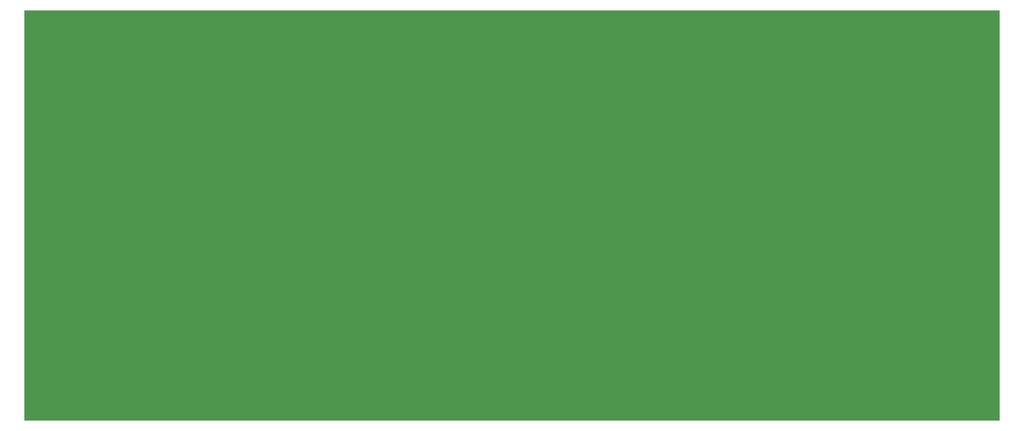
<source format=gbo>
G04 Layer_Color=32896*
%FSLAX42Y42*%
%MOMM*%
G71*
G01*
G75*
%ADD26C,0.20*%
%ADD27C,0.86*%
%ADD28C,1.00*%
%ADD29C,0.76*%
%ADD30R,0.51X0.51*%
%ADD31R,0.33X80.00*%
%ADD32R,190.00X80.00*%
%ADD63C,0.20*%
%ADD65C,0.25*%
D26*
X7621Y7327D02*
Y7532D01*
X8122Y7327D02*
Y7532D01*
X7623Y7325D02*
X7811D01*
X7933D02*
X8119D01*
X7621Y7534D02*
X7811D01*
X7933D02*
X8119D01*
X13411Y5923D02*
X13616D01*
X13411Y6423D02*
X13616D01*
X13618Y5924D02*
Y6112D01*
Y6234D02*
Y6420D01*
X13409Y5923D02*
Y6112D01*
Y6234D02*
Y6420D01*
X16052Y5199D02*
X16258D01*
X16052Y5699D02*
X16258D01*
X16259Y5200D02*
Y5388D01*
Y5510D02*
Y5696D01*
X16051Y5199D02*
Y5388D01*
Y5510D02*
Y5696D01*
X7581Y342D02*
Y547D01*
X7080Y342D02*
Y547D01*
X7391Y549D02*
X7579D01*
X7083D02*
X7269D01*
X7391Y340D02*
X7581D01*
X7083D02*
X7269D01*
X15162Y6821D02*
X15368D01*
X15162Y6320D02*
X15368D01*
X15161Y6631D02*
Y6819D01*
Y6323D02*
Y6509D01*
X15369Y6631D02*
Y6821D01*
Y6323D02*
Y6509D01*
X8891Y2323D02*
Y2529D01*
X9392Y2323D02*
Y2529D01*
X8893Y2322D02*
X9081D01*
X9203D02*
X9389D01*
X8891Y2530D02*
X9081D01*
X9203D02*
X9389D01*
X16834Y6613D02*
X17040D01*
X16834Y7114D02*
X17040D01*
X17041Y6615D02*
Y6803D01*
Y6925D02*
Y7111D01*
X16833Y6613D02*
Y6803D01*
Y6925D02*
Y7111D01*
X9399Y7340D02*
Y7545D01*
X9900Y7340D02*
Y7545D01*
X9401Y7338D02*
X9589D01*
X9711D02*
X9897D01*
X9399Y7546D02*
X9589D01*
X9711D02*
X9897D01*
X7937Y2323D02*
Y2528D01*
X7436Y2323D02*
Y2528D01*
X7747Y2530D02*
X7935D01*
X7439D02*
X7625D01*
X7747Y2322D02*
X7937D01*
X7439D02*
X7625D01*
X3650Y7408D02*
Y7613D01*
X4150Y7408D02*
Y7613D01*
X3651Y7406D02*
X3839D01*
X3961D02*
X4147D01*
X3650Y7615D02*
X3839D01*
X3961D02*
X4147D01*
X9208Y342D02*
Y547D01*
X9709Y342D02*
Y547D01*
X9210Y340D02*
X9398D01*
X9520D02*
X9706D01*
X9208Y549D02*
X9398D01*
X9520D02*
X9706D01*
X17575Y6257D02*
X17781D01*
X17575Y5756D02*
X17781D01*
X17574Y6067D02*
Y6255D01*
Y5759D02*
Y5945D01*
X17782Y6067D02*
Y6257D01*
Y5759D02*
Y5945D01*
X16052Y6151D02*
X16258D01*
X16052Y6652D02*
X16258D01*
X16259Y6153D02*
Y6341D01*
Y6463D02*
Y6649D01*
X16051Y6151D02*
Y6341D01*
Y6463D02*
Y6649D01*
X17075Y6613D02*
X17281D01*
X17075Y7114D02*
X17281D01*
X17283Y6614D02*
Y6802D01*
Y6925D02*
Y7110D01*
X17074Y6613D02*
Y6802D01*
Y6925D02*
Y7110D01*
X12811Y5525D02*
Y5711D01*
Y5833D02*
Y6023D01*
X12602Y5525D02*
Y5711D01*
Y5833D02*
Y6021D01*
X12604Y5522D02*
X12809D01*
X12604Y6023D02*
X12809D01*
X15892Y6328D02*
Y6534D01*
X15391Y6328D02*
Y6534D01*
X15702Y6535D02*
X15890D01*
X15394D02*
X15580D01*
X15702Y6327D02*
X15892D01*
X15394D02*
X15580D01*
X7937Y2069D02*
Y2274D01*
X7436Y2069D02*
Y2274D01*
X7747Y2276D02*
X7935D01*
X7439D02*
X7625D01*
X7747Y2068D02*
X7937D01*
X7439D02*
X7625D01*
X7044Y7534D02*
X7230D01*
X6732D02*
X6921D01*
X7044Y7325D02*
X7230D01*
X6734D02*
X6921D01*
X7233Y7327D02*
Y7532D01*
X6732Y7327D02*
Y7532D01*
X4142Y1944D02*
Y2150D01*
X3641Y1944D02*
Y2150D01*
X3952Y2151D02*
X4140D01*
X3644D02*
X3830D01*
X3952Y1943D02*
X4142D01*
X3644D02*
X3830D01*
X9208Y558D02*
Y763D01*
X9709Y558D02*
Y763D01*
X9210Y556D02*
X9398D01*
X9520D02*
X9706D01*
X9208Y765D02*
X9398D01*
X9520D02*
X9706D01*
X8891Y2069D02*
Y2275D01*
X9392Y2069D02*
Y2275D01*
X8893Y2068D02*
X9081D01*
X9203D02*
X9389D01*
X8891Y2276D02*
X9081D01*
X9203D02*
X9389D01*
X8891Y2577D02*
Y2783D01*
X9392Y2577D02*
Y2783D01*
X8893Y2576D02*
X9081D01*
X9203D02*
X9389D01*
X8891Y2784D02*
X9081D01*
X9203D02*
X9389D01*
X8510Y7340D02*
Y7545D01*
X9011Y7340D02*
Y7545D01*
X8512Y7338D02*
X8700D01*
X8822D02*
X9008D01*
X8510Y7546D02*
X8700D01*
X8822D02*
X9008D01*
X13944Y5341D02*
X14149D01*
X13944Y5841D02*
X14149D01*
X14151Y5342D02*
Y5530D01*
Y5652D02*
Y5838D01*
X13943Y5341D02*
Y5530D01*
Y5652D02*
Y5838D01*
X7937Y2577D02*
Y2782D01*
X7436Y2577D02*
Y2782D01*
X7747Y2784D02*
X7935D01*
X7439D02*
X7625D01*
X7747Y2576D02*
X7937D01*
X7439D02*
X7625D01*
X16052Y3966D02*
X16258D01*
X16052Y4467D02*
X16258D01*
X16259Y3968D02*
Y4156D01*
Y4278D02*
Y4464D01*
X16051Y3966D02*
Y4156D01*
Y4278D02*
Y4464D01*
X15570Y3954D02*
X15775D01*
X15570Y4454D02*
X15775D01*
X15777Y3955D02*
Y4143D01*
Y4265D02*
Y4451D01*
X15568Y3954D02*
Y4143D01*
Y4265D02*
Y4451D01*
X8891Y2831D02*
Y3037D01*
X9392Y2831D02*
Y3037D01*
X8893Y2830D02*
X9081D01*
X9203D02*
X9389D01*
X8891Y3038D02*
X9081D01*
X9203D02*
X9389D01*
X1175Y2968D02*
Y3174D01*
X675Y2968D02*
Y3174D01*
X986Y3175D02*
X1174D01*
X678D02*
X864D01*
X986Y2967D02*
X1175D01*
X678D02*
X864D01*
X7581Y557D02*
Y763D01*
X7080Y557D02*
Y763D01*
X7391Y765D02*
X7579D01*
X7083D02*
X7269D01*
X7391Y556D02*
X7581D01*
X7083D02*
X7269D01*
X7937Y1815D02*
Y2020D01*
X7436Y1815D02*
Y2020D01*
X7747Y2022D02*
X7935D01*
X7439D02*
X7625D01*
X7747Y1814D02*
X7937D01*
X7439D02*
X7625D01*
X16227Y2398D02*
X16413D01*
X16535D02*
X16725D01*
X16227Y2606D02*
X16413D01*
X16535D02*
X16723D01*
X16224Y2399D02*
Y2604D01*
X16725Y2399D02*
Y2604D01*
X3494Y3562D02*
Y3748D01*
Y3870D02*
Y4060D01*
X3285Y3562D02*
Y3748D01*
Y3870D02*
Y4058D01*
X3287Y3559D02*
X3492D01*
X3287Y4060D02*
X3492D01*
X14785Y489D02*
Y675D01*
Y797D02*
Y986D01*
X14576Y489D02*
Y675D01*
Y797D02*
Y985D01*
X14578Y486D02*
X14783D01*
X14578Y986D02*
X14783D01*
X16227Y2614D02*
X16413D01*
X16535D02*
X16725D01*
X16227Y2822D02*
X16413D01*
X16535D02*
X16723D01*
X16224Y2615D02*
Y2820D01*
X16725Y2615D02*
Y2820D01*
X14580Y5843D02*
Y6049D01*
X15081Y5843D02*
Y6049D01*
X14582Y5842D02*
X14770D01*
X14892D02*
X15078D01*
X14580Y6050D02*
X14770D01*
X14892D02*
X15078D01*
X16231Y3211D02*
X16417D01*
X16539D02*
X16728D01*
X16231Y3419D02*
X16417D01*
X16539D02*
X16727D01*
X16228Y3212D02*
Y3418D01*
X16728Y3212D02*
Y3418D01*
X16231Y2995D02*
X16417D01*
X16539D02*
X16728D01*
X16231Y3204D02*
X16417D01*
X16539D02*
X16727D01*
X16228Y2997D02*
Y3202D01*
X16728Y2997D02*
Y3202D01*
X2652Y5180D02*
Y5366D01*
Y4868D02*
Y5058D01*
X2861Y5180D02*
Y5366D01*
Y4870D02*
Y5058D01*
X2654Y5369D02*
X2859D01*
X2654Y4868D02*
X2859D01*
X14740Y3063D02*
X14926D01*
X14428D02*
X14618D01*
X14740Y2855D02*
X14926D01*
X14430D02*
X14618D01*
X14929Y2857D02*
Y3062D01*
X14428Y2857D02*
Y3062D01*
X14740Y3279D02*
X14926D01*
X14428D02*
X14618D01*
X14740Y3071D02*
X14926D01*
X14430D02*
X14618D01*
X14929Y3072D02*
Y3278D01*
X14428Y3072D02*
Y3278D01*
X4283Y5972D02*
Y6158D01*
Y6280D02*
Y6470D01*
X4075Y5972D02*
Y6158D01*
Y6280D02*
Y6468D01*
X4077Y5969D02*
X4282D01*
X4077Y6470D02*
X4282D01*
X3596Y5810D02*
Y5996D01*
Y6118D02*
Y6308D01*
X3388Y5810D02*
Y5996D01*
Y6118D02*
Y6306D01*
X3389Y5807D02*
X3595D01*
X3389Y6308D02*
X3595D01*
X2094Y5180D02*
Y5366D01*
Y4868D02*
Y5058D01*
X2302Y5180D02*
Y5366D01*
Y4870D02*
Y5058D01*
X2095Y5369D02*
X2300D01*
X2095Y4868D02*
X2300D01*
X2360Y5180D02*
Y5366D01*
Y4868D02*
Y5058D01*
X2569Y5180D02*
Y5366D01*
Y4870D02*
Y5058D01*
X2362Y5369D02*
X2567D01*
X2362Y4868D02*
X2567D01*
X14703Y2068D02*
X14889D01*
X15011D02*
X15201D01*
X14703Y2276D02*
X14889D01*
X15011D02*
X15199D01*
X14700Y2069D02*
Y2274D01*
X15201Y2069D02*
Y2274D01*
X1793Y2462D02*
Y2648D01*
Y2770D02*
Y2960D01*
X1585Y2462D02*
Y2648D01*
Y2770D02*
Y2958D01*
X1587Y2459D02*
X1792D01*
X1587Y2960D02*
X1792D01*
X1843Y5594D02*
Y5780D01*
Y5902D02*
Y6092D01*
X1635Y5594D02*
Y5780D01*
Y5902D02*
Y6090D01*
X1637Y5591D02*
X1842D01*
X1637Y6092D02*
X1842D01*
X15137Y799D02*
Y985D01*
Y487D02*
Y677D01*
X15345Y799D02*
Y985D01*
Y489D02*
Y677D01*
X15138Y988D02*
X15343D01*
X15138Y487D02*
X15343D01*
X3205Y4678D02*
Y4864D01*
Y4986D02*
Y5175D01*
X2996Y4678D02*
Y4864D01*
Y4986D02*
Y5174D01*
X2998Y4675D02*
X3203D01*
X2998Y5175D02*
X3203D01*
X4272Y4789D02*
Y4975D01*
Y5097D02*
Y5286D01*
X4064Y4789D02*
Y4975D01*
Y5097D02*
Y5285D01*
X4065Y4786D02*
X4271D01*
X4065Y5286D02*
X4271D01*
X3583Y4629D02*
Y4815D01*
Y4937D02*
Y5126D01*
X3375Y4629D02*
Y4815D01*
Y4937D02*
Y5125D01*
X3377Y4626D02*
X3582D01*
X3377Y5126D02*
X3582D01*
X15699Y2241D02*
Y2427D01*
Y2549D02*
Y2739D01*
X15491Y2241D02*
Y2427D01*
Y2549D02*
Y2737D01*
X15492Y2238D02*
X15698D01*
X15492Y2739D02*
X15698D01*
X2958Y3128D02*
X3158D01*
X2958Y2755D02*
X3158D01*
X2958Y2984D02*
Y3124D01*
Y2759D02*
Y2899D01*
X3158Y2984D02*
Y3124D01*
Y2759D02*
Y2899D01*
X11802Y5712D02*
X12002D01*
X11802Y6085D02*
X12002D01*
Y5716D02*
Y5856D01*
Y5941D02*
Y6081D01*
X11802Y5716D02*
Y5856D01*
Y5941D02*
Y6081D01*
X1166Y3256D02*
Y3378D01*
X1105D01*
X1085Y3358D01*
Y3317D01*
X1105Y3297D01*
X1166D01*
X1125D02*
X1085Y3256D01*
X983D02*
Y3378D01*
X1044Y3317D01*
X963D01*
X861Y3256D02*
Y3378D01*
X922Y3317D01*
X841D01*
X4133Y2233D02*
Y2355D01*
X4072D01*
X4051Y2334D01*
Y2294D01*
X4072Y2273D01*
X4133D01*
X4092D02*
X4051Y2233D01*
X3950D02*
Y2355D01*
X4011Y2294D01*
X3929D01*
X3889Y2334D02*
X3869Y2355D01*
X3828D01*
X3808Y2334D01*
Y2314D01*
X3828Y2294D01*
X3848D01*
X3828D01*
X3808Y2273D01*
Y2253D01*
X3828Y2233D01*
X3869D01*
X3889Y2253D01*
X4035Y7680D02*
Y7802D01*
X3974D01*
X3954Y7782D01*
Y7741D01*
X3974Y7721D01*
X4035D01*
X3994D02*
X3954Y7680D01*
X3852D02*
Y7802D01*
X3913Y7741D01*
X3832D01*
X3791Y7680D02*
X3751D01*
X3771D01*
Y7802D01*
X3791Y7782D01*
X9906Y2095D02*
Y2217D01*
X9845D01*
X9825Y2197D01*
Y2156D01*
X9845Y2136D01*
X9906D01*
X9865D02*
X9825Y2095D01*
X9723D02*
Y2217D01*
X9784Y2156D01*
X9703D01*
X9662Y2197D02*
X9642Y2217D01*
X9601D01*
X9581Y2197D01*
Y2116D01*
X9601Y2095D01*
X9642D01*
X9662Y2116D01*
Y2197D01*
X7379Y2350D02*
Y2471D01*
X7318D01*
X7297Y2451D01*
Y2410D01*
X7318Y2390D01*
X7379D01*
X7338D02*
X7297Y2350D01*
X7257Y2451D02*
X7237Y2471D01*
X7196D01*
X7176Y2451D01*
Y2431D01*
X7196Y2410D01*
X7216D01*
X7196D01*
X7176Y2390D01*
Y2370D01*
X7196Y2350D01*
X7237D01*
X7257Y2370D01*
X7135D02*
X7115Y2350D01*
X7074D01*
X7054Y2370D01*
Y2451D01*
X7074Y2471D01*
X7115D01*
X7135Y2451D01*
Y2431D01*
X7115Y2410D01*
X7054D01*
X7379Y2616D02*
Y2738D01*
X7318D01*
X7297Y2718D01*
Y2677D01*
X7318Y2657D01*
X7379D01*
X7338D02*
X7297Y2616D01*
X7257Y2718D02*
X7237Y2738D01*
X7196D01*
X7176Y2718D01*
Y2697D01*
X7196Y2677D01*
X7216D01*
X7196D01*
X7176Y2657D01*
Y2637D01*
X7196Y2616D01*
X7237D01*
X7257Y2637D01*
X7135Y2738D02*
X7054D01*
Y2718D01*
X7135Y2637D01*
Y2616D01*
X7379Y2095D02*
Y2217D01*
X7318D01*
X7297Y2197D01*
Y2156D01*
X7318Y2136D01*
X7379D01*
X7338D02*
X7297Y2095D01*
X7257Y2197D02*
X7237Y2217D01*
X7196D01*
X7176Y2197D01*
Y2177D01*
X7196Y2156D01*
X7216D01*
X7196D01*
X7176Y2136D01*
Y2116D01*
X7196Y2095D01*
X7237D01*
X7257Y2116D01*
X7054Y2217D02*
X7135D01*
Y2156D01*
X7094Y2177D01*
X7074D01*
X7054Y2156D01*
Y2116D01*
X7074Y2095D01*
X7115D01*
X7135Y2116D01*
X7379Y1842D02*
Y1963D01*
X7318D01*
X7297Y1943D01*
Y1902D01*
X7318Y1882D01*
X7379D01*
X7338D02*
X7297Y1842D01*
X7257Y1943D02*
X7237Y1963D01*
X7196D01*
X7176Y1943D01*
Y1923D01*
X7196Y1902D01*
X7216D01*
X7196D01*
X7176Y1882D01*
Y1862D01*
X7196Y1842D01*
X7237D01*
X7257Y1862D01*
X7135Y1943D02*
X7115Y1963D01*
X7074D01*
X7054Y1943D01*
Y1923D01*
X7074Y1902D01*
X7094D01*
X7074D01*
X7054Y1882D01*
Y1862D01*
X7074Y1842D01*
X7115D01*
X7135Y1862D01*
X9906Y2362D02*
Y2484D01*
X9845D01*
X9825Y2464D01*
Y2423D01*
X9845Y2403D01*
X9906D01*
X9865D02*
X9825Y2362D01*
X9784Y2464D02*
X9764Y2484D01*
X9723D01*
X9703Y2464D01*
Y2443D01*
X9723Y2423D01*
X9743D01*
X9723D01*
X9703Y2403D01*
Y2383D01*
X9723Y2362D01*
X9764D01*
X9784Y2383D01*
X9662Y2362D02*
X9622D01*
X9642D01*
Y2484D01*
X9662Y2464D01*
X9906Y2603D02*
Y2725D01*
X9845D01*
X9825Y2705D01*
Y2664D01*
X9845Y2644D01*
X9906D01*
X9865D02*
X9825Y2603D01*
X9784Y2705D02*
X9764Y2725D01*
X9723D01*
X9703Y2705D01*
Y2685D01*
X9723Y2664D01*
X9743D01*
X9723D01*
X9703Y2644D01*
Y2624D01*
X9723Y2603D01*
X9764D01*
X9784Y2624D01*
X9662Y2705D02*
X9642Y2725D01*
X9601D01*
X9581Y2705D01*
Y2624D01*
X9601Y2603D01*
X9642D01*
X9662Y2624D01*
Y2705D01*
X9906Y2858D02*
Y2979D01*
X9845D01*
X9825Y2959D01*
Y2918D01*
X9845Y2898D01*
X9906D01*
X9865D02*
X9825Y2858D01*
X9703D02*
X9784D01*
X9703Y2939D01*
Y2959D01*
X9723Y2979D01*
X9764D01*
X9784Y2959D01*
X9662Y2878D02*
X9642Y2858D01*
X9601D01*
X9581Y2878D01*
Y2959D01*
X9601Y2979D01*
X9642D01*
X9662Y2959D01*
Y2939D01*
X9642Y2918D01*
X9581D01*
X8113Y7615D02*
Y7737D01*
X8052D01*
X8032Y7716D01*
Y7676D01*
X8052Y7656D01*
X8113D01*
X8072D02*
X8032Y7615D01*
X7910D02*
X7991D01*
X7910Y7696D01*
Y7716D01*
X7930Y7737D01*
X7971D01*
X7991Y7716D01*
X7788Y7737D02*
X7828Y7716D01*
X7869Y7676D01*
Y7635D01*
X7849Y7615D01*
X7808D01*
X7788Y7635D01*
Y7656D01*
X7808Y7676D01*
X7869D01*
X9891Y7628D02*
Y7750D01*
X9830D01*
X9810Y7729D01*
Y7689D01*
X9830Y7668D01*
X9891D01*
X9850D02*
X9810Y7628D01*
X9688D02*
X9769D01*
X9688Y7709D01*
Y7729D01*
X9708Y7750D01*
X9749D01*
X9769Y7729D01*
X9647D02*
X9627Y7750D01*
X9586D01*
X9566Y7729D01*
Y7709D01*
X9586Y7689D01*
X9566Y7668D01*
Y7648D01*
X9586Y7628D01*
X9627D01*
X9647Y7648D01*
Y7668D01*
X9627Y7689D01*
X9647Y7709D01*
Y7729D01*
X9627Y7689D02*
X9586D01*
X9002Y7628D02*
Y7750D01*
X8941D01*
X8921Y7729D01*
Y7689D01*
X8941Y7668D01*
X9002D01*
X8961D02*
X8921Y7628D01*
X8799D02*
X8880D01*
X8799Y7709D01*
Y7729D01*
X8819Y7750D01*
X8860D01*
X8880Y7729D01*
X8758Y7750D02*
X8677D01*
Y7729D01*
X8758Y7648D01*
Y7628D01*
X11944Y5570D02*
X11964Y5591D01*
X12005D01*
X12025Y5570D01*
Y5489D01*
X12005Y5469D01*
X11964D01*
X11944Y5489D01*
X11842Y5469D02*
Y5591D01*
X11903Y5530D01*
X11822D01*
X11781Y5469D02*
X11740D01*
X11761D01*
Y5591D01*
X11781Y5570D01*
X12786Y5400D02*
X12807Y5420D01*
X12847D01*
X12868Y5400D01*
Y5319D01*
X12847Y5298D01*
X12807D01*
X12786Y5319D01*
X12685Y5298D02*
Y5420D01*
X12746Y5359D01*
X12665D01*
X12543Y5298D02*
X12624D01*
X12543Y5380D01*
Y5400D01*
X12563Y5420D01*
X12604D01*
X12624Y5400D01*
X7224Y7615D02*
Y7737D01*
X7163D01*
X7143Y7716D01*
Y7676D01*
X7163Y7656D01*
X7224D01*
X7183D02*
X7143Y7615D01*
X7021D02*
X7102D01*
X7021Y7696D01*
Y7716D01*
X7041Y7737D01*
X7082D01*
X7102Y7716D01*
X6899Y7737D02*
X6980D01*
Y7676D01*
X6939Y7696D01*
X6919D01*
X6899Y7676D01*
Y7635D01*
X6919Y7615D01*
X6960D01*
X6980Y7635D01*
X12517Y6210D02*
Y6109D01*
X12497Y6088D01*
X12456D01*
X12436Y6109D01*
Y6210D01*
X12395Y6088D02*
X12355D01*
X12375D01*
Y6210D01*
X12395Y6190D01*
X12294D02*
X12273Y6210D01*
X12233D01*
X12212Y6190D01*
Y6109D01*
X12233Y6088D01*
X12273D01*
X12294Y6109D01*
Y6190D01*
X10224Y597D02*
Y719D01*
X10163D01*
X10142Y698D01*
Y658D01*
X10163Y638D01*
X10224D01*
X10183D02*
X10142Y597D01*
X10102Y698D02*
X10081Y719D01*
X10041D01*
X10020Y698D01*
Y678D01*
X10041Y658D01*
X10061D01*
X10041D01*
X10020Y638D01*
Y617D01*
X10041Y597D01*
X10081D01*
X10102Y617D01*
X9980Y698D02*
X9959Y719D01*
X9919D01*
X9898Y698D01*
Y678D01*
X9919Y658D01*
X9898Y638D01*
Y617D01*
X9919Y597D01*
X9959D01*
X9980Y617D01*
Y638D01*
X9959Y658D01*
X9980Y678D01*
Y698D01*
X9959Y658D02*
X9919D01*
X10224Y368D02*
Y490D01*
X10163D01*
X10142Y470D01*
Y429D01*
X10163Y409D01*
X10224D01*
X10183D02*
X10142Y368D01*
X10102Y470D02*
X10081Y490D01*
X10041D01*
X10020Y470D01*
Y450D01*
X10041Y429D01*
X10061D01*
X10041D01*
X10020Y409D01*
Y389D01*
X10041Y368D01*
X10081D01*
X10102Y389D01*
X9898Y490D02*
X9939Y470D01*
X9980Y429D01*
Y389D01*
X9959Y368D01*
X9919D01*
X9898Y389D01*
Y409D01*
X9919Y429D01*
X9980D01*
X6985Y597D02*
Y719D01*
X6924D01*
X6904Y698D01*
Y658D01*
X6924Y638D01*
X6985D01*
X6944D02*
X6904Y597D01*
X6863Y698D02*
X6843Y719D01*
X6802D01*
X6782Y698D01*
Y678D01*
X6802Y658D01*
X6822D01*
X6802D01*
X6782Y638D01*
Y617D01*
X6802Y597D01*
X6843D01*
X6863Y617D01*
X6680Y597D02*
Y719D01*
X6741Y658D01*
X6660D01*
X6985Y356D02*
Y477D01*
X6924D01*
X6904Y457D01*
Y417D01*
X6924Y396D01*
X6985D01*
X6944D02*
X6904Y356D01*
X6863Y457D02*
X6843Y477D01*
X6802D01*
X6782Y457D01*
Y437D01*
X6802Y417D01*
X6822D01*
X6802D01*
X6782Y396D01*
Y376D01*
X6802Y356D01*
X6843D01*
X6863Y376D01*
X6660Y356D02*
X6741D01*
X6660Y437D01*
Y457D01*
X6680Y477D01*
X6721D01*
X6741Y457D01*
X15441Y4249D02*
X15461Y4270D01*
X15502D01*
X15522Y4249D01*
Y4168D01*
X15502Y4148D01*
X15461D01*
X15441Y4168D01*
X15400Y4148D02*
X15359D01*
X15380D01*
Y4270D01*
X15400Y4249D01*
X15298D02*
X15278Y4270D01*
X15238D01*
X15217Y4249D01*
Y4229D01*
X15238Y4209D01*
X15258D01*
X15238D01*
X15217Y4188D01*
Y4168D01*
X15238Y4148D01*
X15278D01*
X15298Y4168D01*
X17691Y6439D02*
X17711Y6459D01*
X17752D01*
X17772Y6439D01*
Y6358D01*
X17752Y6337D01*
X17711D01*
X17691Y6358D01*
X17650Y6337D02*
X17610D01*
X17630D01*
Y6459D01*
X17650Y6439D01*
X17488Y6337D02*
Y6459D01*
X17549Y6398D01*
X17468D01*
X16518Y4249D02*
X16538Y4270D01*
X16579D01*
X16599Y4249D01*
Y4168D01*
X16579Y4148D01*
X16538D01*
X16518Y4168D01*
X16477Y4148D02*
X16436D01*
X16457D01*
Y4270D01*
X16477Y4249D01*
X16294Y4270D02*
X16375D01*
Y4209D01*
X16335Y4229D01*
X16315D01*
X16294Y4209D01*
Y4168D01*
X16315Y4148D01*
X16355D01*
X16375Y4168D01*
X16167Y5883D02*
X16187Y5903D01*
X16228D01*
X16248Y5883D01*
Y5801D01*
X16228Y5781D01*
X16187D01*
X16167Y5801D01*
X16126Y5781D02*
X16086D01*
X16106D01*
Y5903D01*
X16126Y5883D01*
X15944Y5903D02*
X15984Y5883D01*
X16025Y5842D01*
Y5801D01*
X16005Y5781D01*
X15964D01*
X15944Y5801D01*
Y5822D01*
X15964Y5842D01*
X16025D01*
X16167Y6835D02*
X16187Y6855D01*
X16228D01*
X16248Y6835D01*
Y6754D01*
X16228Y6734D01*
X16187D01*
X16167Y6754D01*
X16126Y6734D02*
X16086D01*
X16106D01*
Y6855D01*
X16126Y6835D01*
X16025Y6855D02*
X15944D01*
Y6835D01*
X16025Y6754D01*
Y6734D01*
X17348Y6955D02*
X17328Y6975D01*
Y7015D01*
X17348Y7036D01*
X17429D01*
X17450Y7015D01*
Y6975D01*
X17429Y6955D01*
X17450Y6914D02*
Y6873D01*
Y6894D01*
X17328D01*
X17348Y6914D01*
Y6812D02*
X17328Y6792D01*
Y6751D01*
X17348Y6731D01*
X17369D01*
X17389Y6751D01*
X17409Y6731D01*
X17429D01*
X17450Y6751D01*
Y6792D01*
X17429Y6812D01*
X17409D01*
X17389Y6792D01*
X17369Y6812D01*
X17348D01*
X17389Y6792D02*
Y6751D01*
X16688Y6942D02*
X16668Y6962D01*
Y7003D01*
X16688Y7023D01*
X16769D01*
X16789Y7003D01*
Y6962D01*
X16769Y6942D01*
X16789Y6901D02*
Y6861D01*
Y6881D01*
X16668D01*
X16688Y6901D01*
X16769Y6800D02*
X16789Y6779D01*
Y6739D01*
X16769Y6718D01*
X16688D01*
X16668Y6739D01*
Y6779D01*
X16688Y6800D01*
X16708D01*
X16728Y6779D01*
Y6718D01*
X13259Y6226D02*
X13239Y6246D01*
Y6287D01*
X13259Y6307D01*
X13340D01*
X13360Y6287D01*
Y6246D01*
X13340Y6226D01*
X13360Y6104D02*
Y6185D01*
X13279Y6104D01*
X13259D01*
X13239Y6124D01*
Y6165D01*
X13259Y6185D01*
X13360Y6063D02*
Y6022D01*
Y6043D01*
X13239D01*
X13259Y6063D01*
X13780Y5661D02*
X13759Y5682D01*
Y5722D01*
X13780Y5743D01*
X13861D01*
X13881Y5722D01*
Y5682D01*
X13861Y5661D01*
X13881Y5539D02*
Y5621D01*
X13800Y5539D01*
X13780D01*
X13759Y5560D01*
Y5600D01*
X13780Y5621D01*
X13881Y5418D02*
Y5499D01*
X13800Y5418D01*
X13780D01*
X13759Y5438D01*
Y5479D01*
X13780Y5499D01*
X15321Y7013D02*
X15342Y7033D01*
X15382D01*
X15403Y7013D01*
Y6932D01*
X15382Y6911D01*
X15342D01*
X15321Y6932D01*
X15199Y6911D02*
X15281D01*
X15199Y6993D01*
Y7013D01*
X15220Y7033D01*
X15260D01*
X15281Y7013D01*
X15159D02*
X15138Y7033D01*
X15098D01*
X15078Y7013D01*
Y6993D01*
X15098Y6972D01*
X15118D01*
X15098D01*
X15078Y6952D01*
Y6932D01*
X15098Y6911D01*
X15138D01*
X15159Y6932D01*
X14028Y6474D02*
Y6555D01*
X14049Y6576D01*
X14089D01*
X14110Y6555D01*
Y6474D01*
X14089Y6454D01*
X14049D01*
X14069Y6494D02*
X14028Y6454D01*
X14049D02*
X14028Y6474D01*
X13988Y6454D02*
X13947D01*
X13968D01*
Y6576D01*
X13988Y6555D01*
X15778Y6584D02*
Y6706D01*
X15718D01*
X15697Y6685D01*
Y6645D01*
X15718Y6624D01*
X15778D01*
X15738D02*
X15697Y6584D01*
X15657D02*
X15616D01*
X15636D01*
Y6706D01*
X15657Y6685D01*
X15494Y6584D02*
Y6706D01*
X15555Y6645D01*
X15474D01*
X15113Y5654D02*
Y5776D01*
X15052D01*
X15032Y5755D01*
Y5715D01*
X15052Y5694D01*
X15113D01*
X15072D02*
X15032Y5654D01*
X14991D02*
X14950D01*
X14971D01*
Y5776D01*
X14991Y5755D01*
X14808Y5776D02*
X14890D01*
Y5715D01*
X14849Y5735D01*
X14829D01*
X14808Y5715D01*
Y5674D01*
X14829Y5654D01*
X14869D01*
X14890Y5674D01*
X15608Y2921D02*
X15629Y2941D01*
X15669D01*
X15690Y2921D01*
Y2840D01*
X15669Y2819D01*
X15629D01*
X15608Y2840D01*
X15568Y2819D02*
X15527D01*
X15547D01*
Y2941D01*
X15568Y2921D01*
X14694Y414D02*
X14714Y434D01*
X14755D01*
X14775Y414D01*
Y333D01*
X14755Y312D01*
X14714D01*
X14694Y333D01*
X14592Y312D02*
Y434D01*
X14653Y373D01*
X14572D01*
X15255Y414D02*
X15276Y434D01*
X15316D01*
X15337Y414D01*
Y333D01*
X15316Y312D01*
X15276D01*
X15255Y333D01*
X15133Y434D02*
X15215D01*
Y373D01*
X15174Y394D01*
X15154D01*
X15133Y373D01*
Y333D01*
X15154Y312D01*
X15194D01*
X15215Y333D01*
X1769Y2382D02*
X1789Y2402D01*
X1830D01*
X1850Y2382D01*
Y2300D01*
X1830Y2280D01*
X1789D01*
X1769Y2300D01*
X1647Y2280D02*
X1728D01*
X1647Y2361D01*
Y2382D01*
X1667Y2402D01*
X1708D01*
X1728Y2382D01*
X1545Y2280D02*
Y2402D01*
X1606Y2341D01*
X1525D01*
X3059Y3382D02*
X3079Y3402D01*
X3120D01*
X3140Y3382D01*
Y3300D01*
X3120Y3280D01*
X3079D01*
X3059Y3300D01*
X2937Y3280D02*
X3018D01*
X2937Y3361D01*
Y3382D01*
X2957Y3402D01*
X2998D01*
X3018Y3382D01*
X2896Y3402D02*
X2815D01*
Y3382D01*
X2896Y3300D01*
Y3280D01*
X4273Y6642D02*
X4293Y6662D01*
X4334D01*
X4354Y6642D01*
Y6561D01*
X4334Y6540D01*
X4293D01*
X4273Y6561D01*
X4151Y6540D02*
X4232D01*
X4151Y6622D01*
Y6642D01*
X4171Y6662D01*
X4212D01*
X4232Y6642D01*
X4110D02*
X4090Y6662D01*
X4049D01*
X4029Y6642D01*
Y6622D01*
X4049Y6601D01*
X4029Y6581D01*
Y6561D01*
X4049Y6540D01*
X4090D01*
X4110Y6561D01*
Y6581D01*
X4090Y6601D01*
X4110Y6622D01*
Y6642D01*
X4090Y6601D02*
X4049D01*
X3569Y6482D02*
X3589Y6502D01*
X3630D01*
X3650Y6482D01*
Y6400D01*
X3630Y6380D01*
X3589D01*
X3569Y6400D01*
X3447Y6380D02*
X3528D01*
X3447Y6461D01*
Y6482D01*
X3467Y6502D01*
X3508D01*
X3528Y6482D01*
X3406Y6400D02*
X3386Y6380D01*
X3345D01*
X3325Y6400D01*
Y6482D01*
X3345Y6502D01*
X3386D01*
X3406Y6482D01*
Y6461D01*
X3386Y6441D01*
X3325D01*
X3459Y4242D02*
X3479Y4262D01*
X3520D01*
X3540Y4242D01*
Y4160D01*
X3520Y4140D01*
X3479D01*
X3459Y4160D01*
X3418Y4242D02*
X3398Y4262D01*
X3357D01*
X3337Y4242D01*
Y4221D01*
X3357Y4201D01*
X3377D01*
X3357D01*
X3337Y4181D01*
Y4160D01*
X3357Y4140D01*
X3398D01*
X3418Y4160D01*
X3296Y4242D02*
X3276Y4262D01*
X3235D01*
X3215Y4242D01*
Y4160D01*
X3235Y4140D01*
X3276D01*
X3296Y4160D01*
Y4242D01*
X4229Y5442D02*
X4249Y5462D01*
X4290D01*
X4310Y5442D01*
Y5360D01*
X4290Y5340D01*
X4249D01*
X4229Y5360D01*
X4188Y5442D02*
X4168Y5462D01*
X4127D01*
X4107Y5442D01*
Y5421D01*
X4127Y5401D01*
X4147D01*
X4127D01*
X4107Y5381D01*
Y5360D01*
X4127Y5340D01*
X4168D01*
X4188Y5360D01*
X4066Y5340D02*
X4026D01*
X4046D01*
Y5462D01*
X4066Y5442D01*
X3569Y5292D02*
X3589Y5312D01*
X3630D01*
X3650Y5292D01*
Y5210D01*
X3630Y5190D01*
X3589D01*
X3569Y5210D01*
X3528Y5292D02*
X3508Y5312D01*
X3467D01*
X3447Y5292D01*
Y5271D01*
X3467Y5251D01*
X3487D01*
X3467D01*
X3447Y5231D01*
Y5210D01*
X3467Y5190D01*
X3508D01*
X3528Y5210D01*
X3325Y5190D02*
X3406D01*
X3325Y5271D01*
Y5292D01*
X3345Y5312D01*
X3386D01*
X3406Y5292D01*
X1809Y6252D02*
X1829Y6272D01*
X1870D01*
X1890Y6252D01*
Y6170D01*
X1870Y6150D01*
X1829D01*
X1809Y6170D01*
X1768Y6252D02*
X1748Y6272D01*
X1707D01*
X1687Y6252D01*
Y6231D01*
X1707Y6211D01*
X1727D01*
X1707D01*
X1687Y6191D01*
Y6170D01*
X1707Y6150D01*
X1748D01*
X1768Y6170D01*
X1646Y6252D02*
X1626Y6272D01*
X1585D01*
X1565Y6252D01*
Y6231D01*
X1585Y6211D01*
X1606D01*
X1585D01*
X1565Y6191D01*
Y6170D01*
X1585Y6150D01*
X1626D01*
X1646Y6170D01*
X2249Y4792D02*
X2269Y4812D01*
X2310D01*
X2330Y4792D01*
Y4710D01*
X2310Y4690D01*
X2269D01*
X2249Y4710D01*
X2208Y4792D02*
X2188Y4812D01*
X2147D01*
X2127Y4792D01*
Y4771D01*
X2147Y4751D01*
X2167D01*
X2147D01*
X2127Y4731D01*
Y4710D01*
X2147Y4690D01*
X2188D01*
X2208Y4710D01*
X2005Y4812D02*
X2086D01*
Y4751D01*
X2046Y4771D01*
X2025D01*
X2005Y4751D01*
Y4710D01*
X2025Y4690D01*
X2066D01*
X2086Y4710D01*
X2539Y5542D02*
X2559Y5562D01*
X2600D01*
X2620Y5542D01*
Y5460D01*
X2600Y5440D01*
X2559D01*
X2539Y5460D01*
X2498Y5542D02*
X2478Y5562D01*
X2437D01*
X2417Y5542D01*
Y5521D01*
X2437Y5501D01*
X2457D01*
X2437D01*
X2417Y5481D01*
Y5460D01*
X2437Y5440D01*
X2478D01*
X2498Y5460D01*
X2295Y5562D02*
X2336Y5542D01*
X2376Y5501D01*
Y5460D01*
X2356Y5440D01*
X2315D01*
X2295Y5460D01*
Y5481D01*
X2315Y5501D01*
X2376D01*
X2859Y4782D02*
X2879Y4802D01*
X2920D01*
X2940Y4782D01*
Y4700D01*
X2920Y4680D01*
X2879D01*
X2859Y4700D01*
X2818Y4782D02*
X2798Y4802D01*
X2757D01*
X2737Y4782D01*
Y4761D01*
X2757Y4741D01*
X2777D01*
X2757D01*
X2737Y4721D01*
Y4700D01*
X2757Y4680D01*
X2798D01*
X2818Y4700D01*
X2696Y4802D02*
X2615D01*
Y4782D01*
X2696Y4700D01*
Y4680D01*
X16937Y2654D02*
Y2776D01*
X16876D01*
X16855Y2756D01*
Y2715D01*
X16876Y2695D01*
X16937D01*
X16896D02*
X16855Y2654D01*
X16815D02*
X16774D01*
X16795D01*
Y2776D01*
X16815Y2756D01*
X16982Y2436D02*
Y2558D01*
X16921D01*
X16901Y2537D01*
Y2497D01*
X16921Y2476D01*
X16982D01*
X16942D02*
X16901Y2436D01*
X16779D02*
X16861D01*
X16779Y2517D01*
Y2537D01*
X16800Y2558D01*
X16840D01*
X16861Y2537D01*
X16975Y3277D02*
Y3398D01*
X16914D01*
X16894Y3378D01*
Y3338D01*
X16914Y3317D01*
X16975D01*
X16934D02*
X16894Y3277D01*
X16853Y3378D02*
X16833Y3398D01*
X16792D01*
X16772Y3378D01*
Y3358D01*
X16792Y3338D01*
X16812D01*
X16792D01*
X16772Y3317D01*
Y3297D01*
X16792Y3277D01*
X16833D01*
X16853Y3297D01*
X16970Y3035D02*
Y3157D01*
X16909D01*
X16888Y3137D01*
Y3096D01*
X16909Y3076D01*
X16970D01*
X16929D02*
X16888Y3035D01*
X16787D02*
Y3157D01*
X16848Y3096D01*
X16767D01*
X15192Y2357D02*
Y2479D01*
X15131D01*
X15110Y2459D01*
Y2418D01*
X15131Y2398D01*
X15192D01*
X15151D02*
X15110Y2357D01*
X14989Y2479D02*
X15070D01*
Y2418D01*
X15029Y2438D01*
X15009D01*
X14989Y2418D01*
Y2377D01*
X15009Y2357D01*
X15050D01*
X15070Y2377D01*
X14762Y3335D02*
Y3457D01*
X14702D01*
X14681Y3437D01*
Y3396D01*
X14702Y3376D01*
X14762D01*
X14722D02*
X14681Y3335D01*
X14559Y3457D02*
X14600Y3437D01*
X14641Y3396D01*
Y3355D01*
X14620Y3335D01*
X14580D01*
X14559Y3355D01*
Y3376D01*
X14580Y3396D01*
X14641D01*
X14765Y2695D02*
Y2817D01*
X14704D01*
X14684Y2797D01*
Y2756D01*
X14704Y2736D01*
X14765D01*
X14724D02*
X14684Y2695D01*
X14643Y2817D02*
X14562D01*
Y2797D01*
X14643Y2715D01*
Y2695D01*
X3180Y4478D02*
Y4600D01*
X3119D01*
X3099Y4580D01*
Y4539D01*
X3119Y4519D01*
X3180D01*
X3139D02*
X3099Y4478D01*
X3058D02*
X3018D01*
X3038D01*
Y4600D01*
X3058Y4580D01*
X2957Y4498D02*
X2936Y4478D01*
X2896D01*
X2875Y4498D01*
Y4580D01*
X2896Y4600D01*
X2936D01*
X2957Y4580D01*
Y4559D01*
X2936Y4539D01*
X2875D01*
X14508Y2095D02*
Y1994D01*
X14488Y1974D01*
X14448D01*
X14427Y1994D01*
Y2095D01*
X14305Y1974D02*
X14387D01*
X14305Y2055D01*
Y2075D01*
X14326Y2095D01*
X14366D01*
X14387Y2075D01*
X2730Y3782D02*
Y3680D01*
X2710Y3660D01*
X2669D01*
X2649Y3680D01*
Y3782D01*
X2527D02*
X2567Y3762D01*
X2608Y3721D01*
Y3680D01*
X2588Y3660D01*
X2547D01*
X2527Y3680D01*
Y3701D01*
X2547Y3721D01*
X2608D01*
X3520Y3072D02*
Y2970D01*
X3500Y2950D01*
X3459D01*
X3439Y2970D01*
Y3072D01*
X3398D02*
X3317D01*
Y3052D01*
X3398Y2970D01*
Y2950D01*
D27*
X8719Y2088D02*
G03*
X8719Y2088I-15J0D01*
G01*
D28*
X737Y2062D02*
Y2262D01*
X937Y1662D02*
X1137D01*
X1357Y2037D02*
Y2287D01*
D29*
X8251Y2083D02*
X8443D01*
X8373Y2769D02*
X8562D01*
X8307Y2426D02*
X8508D01*
X8589Y2482D02*
X8627Y2695D01*
X8249Y2502D02*
X8285Y2710D01*
X8529Y2137D02*
X8566Y2350D01*
X8188Y2157D02*
X8226Y2374D01*
D30*
X1302Y6569D02*
D03*
X1556D02*
D03*
Y4879D02*
D03*
X1302D02*
D03*
X2909Y7011D02*
D03*
X2655D02*
D03*
X11080Y6740D02*
D03*
X10826D02*
D03*
X11334D02*
D03*
X12046Y6750D02*
D03*
X12554D02*
D03*
X12300D02*
D03*
D31*
X3899Y4000D02*
D03*
D32*
X9500D02*
D03*
D63*
X14162Y5887D02*
Y6387D01*
X13962Y5887D02*
Y6387D01*
X14162D01*
X13962Y5887D02*
X14162D01*
X12170Y5710D02*
Y5760D01*
X12480Y5710D02*
Y5760D01*
X12170D02*
X12480D01*
X12170Y5710D02*
X12480D01*
X14804Y1121D02*
Y1986D01*
X15124Y1121D02*
Y1986D01*
X14804D02*
X15124D01*
X14804Y1121D02*
X15124D01*
X2002Y3018D02*
Y3688D01*
X2392Y3018D02*
Y3688D01*
X2002Y3018D02*
X2392D01*
X2002Y3688D02*
X2392D01*
X3415Y3195D02*
X3465D01*
X3415Y3505D02*
X3465D01*
X3415Y3195D02*
Y3505D01*
X3465Y3195D02*
Y3505D01*
D65*
X14310Y6412D02*
G03*
X14310Y6412I-12J0D01*
G01*
X12157Y5855D02*
G03*
X12157Y5855I-12J0D01*
G01*
X14700Y1077D02*
G03*
X14700Y1077I-12J0D01*
G01*
X1892Y3018D02*
G03*
X1892Y3018I-12J0D01*
G01*
X3333Y3170D02*
G03*
X3333Y3170I-12J0D01*
G01*
M02*

</source>
